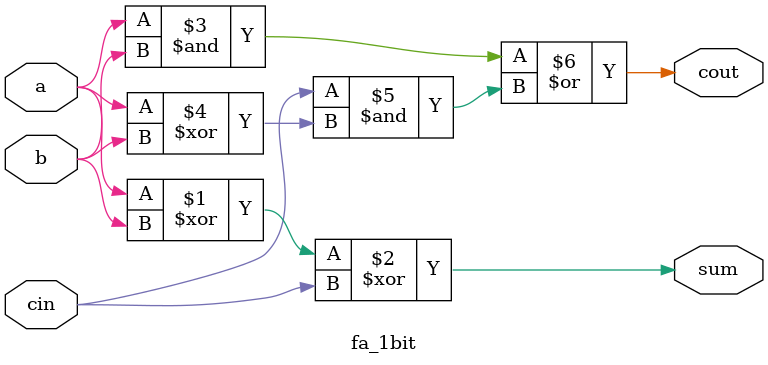
<source format=v>

module cacheBlock(
input clk, rst,
input [15:0] DataIn,
input write,
input [15:0] MemAddress,
output [15:0] DataOutMainModule,
output StallPipeline
);
//these wires need to be declaired here for the compiler, but will be commented out below.
wire [15:0] RequestingMemAddress;
wire [15:0] MemorysOutputtingData;
wire WriteTagFromController, WriteDataFromController;
wire EnableTheRead;
//At first we will not have a stall, so we will access the cache blocks in parallel with the logic
//that is checking if we need to stall the pipeline. If we need to stall the pipeline we will recieve
//the stall and switch over to the memory address that is coming out of the controller at the 
//next clock cycle, with will be the start of the interating through the 8 2 byte chunks.
wire [15:0] AddressToDecode;
assign AddressToDecode = (StallPipeline) ? RequestingMemAddress : MemAddress;

//---------------DECODER FOR INDEXING CACHE BLOCKS BELOW---------------------------------
	//the block index bits from the address line will go into to decoder to one hot an output 0-127, this chooses the block in the dataArrays.
	wire [127:0] TheBlockEnable;
	decoder_7_128 theDecoder(
	//input below
		.binaryin(AddressToDecode[10:4]), 
	//output below
		.decoder_out(TheBlockEnable)
	);
//---------------DECODER FOR INDEXING BYTES WITHIN CACHE BLOCKS BELOW---------------------------------
	//the block index bits from the address line will go into to decoder to one hot an output 0-127, this chooses the block in the dataArrays.
	wire [7:0] TheWordEnable;
	decoder_3_8 theDecoder2(
	//input below
		.binaryin(AddressToDecode[3:1]), 
	//output below
		.decoder_out(TheWordEnable)
	);
//---------------CACHEBLOCK DATA ARRAY BELOW---------------------------------
	//below we connect the assorted wires to the dataArray specifically the decoded one hot block enable from above.
	wire [15:0] DataToWriteToCache;
	wire WhenToWrite;
	//below if we have a stall then we are writing memorys data, if not stall, then writing data coming into the module.
	assign DataToWriteToCache = StallPipeline ? MemorysOutputtingData : DataIn;
	assign WhenToWrite = StallPipeline ? WriteDataFromController : write;
	DataArray theData(
	//inputs below
		.clk(clk), 
		.rst(rst), 
 
		.DataIn(DataToWriteToCache), 
		.Write(WhenToWrite), 
			//select below 
		.BlockEnable(TheBlockEnable),  
		.WordEnable(TheWordEnable),  


	//output below
		.DataOut(DataOutMainModule)
	);
//---------------CACHEBLOCK META!DATA ARRAY BELOW---------------------------------
	//below is setting up wires for the meta data array.
	wire [7:0] DataInM;
	wire [7:0] DataOutM;
	wire WriteM;
	MetaDataArray theMetaData(
	//inputs below
		.clk(clk),
		.rst(rst),  

		.DataIn({3'b100, MemAddress[15:11]}), //the 3 MSB's are up for us to do whatever with, MSB is the valid bit. //Memaddress will stay same because of stall
		.Write(WriteTagFromController),  
			//select below
		.BlockEnable(TheBlockEnable),
	//outputs below  
		.DataOut(DataOutM)
	);
	//lets say the MSB of the meta data is the valid bit.
	//below we are checking if its valid, and if the tag bits are equal to the tag bits of the memAddress. cache miss if not.
	assign CacheMiss = ~(DataOutM[7] & (DataOutM[4:0] == MemAddress[15:11]));
//---------------MAIN MEMORY BELOW---------------------------------
	wire MemIsNowValid;
	//wire [15:0] MemorysOutputtingData;
	wire WhenToWriteToMemory;
	assign WhenToWriteToMemory = StallPipeline ? 0 : write;
	memory4c theMainMemory(
	//outputs below
		.data_out(MemorysOutputtingData), 
		.data_valid(MemIsNowValid), 


	//inputs below
		.clk(clk), 
		.rst(~rst),  
             
		.addr(AddressToDecode),      //addresstodecode is the master address thats muxed through at top, used for decoding and will also use here.
		.data_in(DataIn),

		.wr(WhenToWriteToMemory),  
		.enable(EnableTheRead)
	);
//---------------CACHE CONTROLLER BELOW---------------------------------
	//wire WriteTagFromController, WriteDataFromController;
	//wire [15:0] RequestingMemAddress;
	//wire EnableTheRead;
	
	cacheController TheController(
	//inputs below
		.clk(clk), 
		.rst_n(rst),
		.miss_detected(CacheMiss),
		.miss_address(MemAddress),
								//	input  [16:0] .memory_data(),
		.memory_data_valid(MemIsNowValid),
	//outputs below
		.fsm_busy(StallPipeline),
		.write_data_array(WriteDataFromController),
		.write_tag_array(WriteTagFromController),
		.memory_address(RequestingMemAddress),
		.EnableRead(EnableTheRead)
	);

endmodule





module cacheController(
	input clk, rst_n,
	input miss_detected,
	input [15:0] miss_address,
	//input  [15:0] memory_data,
	input memory_data_valid,
	output reg fsm_busy,
	output reg write_data_array,
	output reg write_tag_array,
	output reg EnableRead,
	output reg [15:0] memory_address
	);
	
	localparam IDLE = 1'b0; 
	localparam WAIT = 1'b1;
	
        wire [2:0] toaddwire;
        wire addonewire;

	reg nextstate;// is the state going into the state flip flop
	wire state;//is the state coming out of the state flip flop
	reg [2:0] toadd; //is the output of the 3bit adder and the input to the 3bit flipflop memory
	wire [2:0] toaddout;//is the output of the 3bit flip flop memory and the input to A of the adder
	reg addone; // this is the input B of the adder, is either 1 or 0 designating an iterate of one or not.
	
	wire finished;//the finished calculation is as fallows. If the toaddout(output of the adder) is all ones
			//then bitwise anding it with itself will produce a 1. this signifies the last memory access
			//and then we must wait for the last memory_data_valid to assert and then we know we are FINISHED.
	assign finished = ((toaddout == 3'b111)&memory_data_valid);
	
        assign addonewire = addone;
        assign toaddwire = toadd;	
	
	dff state_t(.q(state), .d(nextstate), .wen(1'b1), .clk(clk), .rst(rst_n)); //This is the state flip flop
	
	
	//3bit counter var that is added to the end of the memory address section memaddress[15:3] 
	//this iterates through all the memory in the cache block. 
	dff counter1(.q(toaddout[0]), .d(toadd[0]), .wen(1'b1), .clk(clk), .rst(rst_n));
	dff counter2(.q(toaddout[1]), .d(toadd[1]), .wen(1'b1), .clk(clk), .rst(rst_n));
	dff counter3(.q(toaddout[2]), .d(toadd[2]), .wen(1'b1), .clk(clk), .rst(rst_n));
	
	//Below is a simple 3 bit adder. Ripple carry.
	rippleadder3bit inst(.Sum(toaddwire), .Cout(Cout), .A(toaddout) ,.B(addonewire) ,.Cin(1'b0));
	
	assign finished = ((toaddout == 3'b000)&memory_data_valid); //3'b000 because we want the 3'b111 to go through, and then the value will roll over to 3'b000
	
	
	//The biggest thing to note with the opperation of this state machine is that 
	//we concatinate the value of the three bit adder to the base address(aka bits 15:4)
	//of the memory address. That way we iterate over all the blocks of a cache block,
	//bringing those blocks into the cache sequentially.
	//for example, showing only bits 7:0 of the memory address. We will access these 
	//memory blocks in order, waiting for the Memory_data_valid wire to assert before we 
	//iterate the counter, and then in turn interate the next memory address
	
	
	//Again the memory access will happen in this order:
	//(Memory base adr)(add)(2byteoffset)
	//(--------16 total bits---)
	//1100101011001010 (000)  0
	//1100101011001010 (001)  0
	//1100101011001010 (010)  0
	//1100101011001010 (011)  0
	//1100101011001010 (100)  0
	//1100101011001010 (101)  0
	//1100101011001010 (110)  0
	//1100101011001010 (111)  0
	

	always @(*) begin 
	
		case(state)
			IDLE: begin
				EnableRead = miss_detected ? 1 : 0;
				memory_address = {miss_address[15:4], 3'b000, 1'b0};

				fsm_busy = miss_detected ? 1 : 0;
				nextstate = miss_detected ? WAIT : IDLE;

				write_data_array = 0;
				write_tag_array = 0;
				toadd = 1;
				addone = 0;
			end
			WAIT: begin
				//do below if all done with all memory access. Check what finished is above.
				fsm_busy = finished ? 0 : 1;
				nextstate = finished ? IDLE : WAIT;
				write_tag_array = finished ? 1 : 0;
				//below is what we do when waiting for and recieving the memory_data_valid.
				memory_address = {miss_address[15:4], toadd[2:0], 1'b0};
				EnableRead = memory_data_valid ? 1 : 0;
				write_data_array = (memory_data_valid) ? 1 : 0;

				addone = (memory_data_valid) ? 1 : 0;
	
	
			end
		endcase
	end
endmodule




//Data Array of 128 cache blocks
//Each block will have 8 words
//BlockEnable and WordEnable are one-hot
//WriteEnable is one on writes and zero on reads

module DataArray(input clk, input rst, input [15:0] DataIn, input Write, input [127:0] BlockEnable, input [7:0] WordEnable, output [15:0] DataOut);
	Block blk[127:0]( .clk(clk), .rst(rst), .Din(DataIn), .WriteEnable(Write), .Enable(BlockEnable), .WordEnable(WordEnable), .Dout(DataOut));
endmodule

//64 byte (8 word) cache block
module Block( input clk,  input rst, input [15:0] Din, input WriteEnable, input Enable, input [7:0] WordEnable, output [15:0] Dout);
	wire [7:0] WordEnable_real;
	assign WordEnable_real = {8{Enable}} & WordEnable; //Only for the enabled cache block, you enable the specific word
	DWord dw[7:0]( .clk(clk), .rst(rst), .Din(Din), .WriteEnable(WriteEnable), .Enable(WordEnable_real), .Dout(Dout));
endmodule

//Each word has 16 bits
module DWord( input clk,  input rst, input [15:0] Din, input WriteEnable, input Enable, output [15:0] Dout);
	DCell dc[15:0]( .clk(clk), .rst(rst), .Din(Din[15:0]), .WriteEnable(WriteEnable), .Enable(Enable), .Dout(Dout[15:0]));
endmodule


module DCell( input clk,  input rst, input Din, input WriteEnable, input Enable, output Dout);
	wire q;
	assign Dout = (Enable & ~WriteEnable) ? q:'bz;
	dff dffd(.q(q), .d(Din), .wen(Enable & WriteEnable), .clk(clk), .rst(rst));
endmodule
//Tag Array of 128  blocks
//Each block will have 1 byte
//BlockEnable is one-hot
//WriteEnable is one on writes and zero on reads

module MetaDataArray(input clk, input rst, input [7:0] DataIn, input Write, input [127:0] BlockEnable, output [7:0] DataOut);
	MBlock Mblk[127:0]( .clk(clk), .rst(rst), .Din(DataIn), .WriteEnable(Write), .Enable(BlockEnable), .Dout(DataOut));
endmodule

module MBlock( input clk,  input rst, input [7:0] Din, input WriteEnable, input Enable, output [7:0] Dout);
	MCell mc[7:0]( .clk(clk), .rst(rst), .Din(Din[7:0]), .WriteEnable(WriteEnable), .Enable(Enable), .Dout(Dout[7:0]));
endmodule

module MCell( input clk,  input rst, input Din, input WriteEnable, input Enable, output Dout);
	wire q;
	assign Dout = (Enable & ~WriteEnable) ? q:'bz;
	dff dffm(.q(q), .d(Din), .wen(Enable & WriteEnable), .clk(clk), .rst(rst));
endmodule


//////////////////////////////////////
//
// Memory -- single cycle write, multi-cycle read
//
// written for CS/ECE 552, Spring '18
// Gokul Ravi, 9 Apr 2018
//
// This is a byte-addressable,
// 16-bit wide memory
// Note: The last bit of the address has to be 0.
//
// On reset, memory loads from file "loadfile_all.img".
// (You may change the name of the file in
// the $readmemh statement below.)
// File format:
//     @0
//     <hex data 0>
//     <hex data 1>
//     ...etc
//
//
//////////////////////////////////////

module memory4c (data_out, data_in, addr, enable, wr, clk, rst, data_valid);

   parameter ADDR_WIDTH = 16;
   output  reg [15:0] data_out;
   output reg data_valid;
   input [15:0]   data_in;
   input [ADDR_WIDTH-1 :0]   addr;
   input          enable;
   input          wr;
   input          clk;
   input          rst;
   wire [15:0]    data_out_4;
   reg [15:0]    data_out_3, data_out_2, data_out_1;
   wire    data_valid_4;
   reg     data_valid_3, data_valid_2, data_valid_1;


   reg [15:0]      mem [0:2**ADDR_WIDTH-1];
   reg            loaded;

   assign         data_out_4 = (enable & (~wr))? {mem[addr[ADDR_WIDTH-1 :1]]}: 0; //Read
   assign	     data_valid_4 = (enable & (~wr));
   initial begin
      loaded = 0;
   end
   always @(posedge clk) begin
      if (rst) begin
         //load loadfile_all.img
         if (!loaded) begin
            $readmemh("loadfile_all.img", mem);
            loaded = 1;
         end

      end
      else begin
         if (enable & wr) begin
                mem[addr[ADDR_WIDTH-1 :1]] = data_in[15:0];       // The actual write
         end
      end
   end

  always @(posedge clk) begin
        if (rst) begin
                data_out_3 <= 0;
                data_out_2 <= 0;
                data_out_1 <= 0;
                data_out <= 0;

                data_valid_3 <= 0;
                data_valid_2 <= 0;
                data_valid_1 <= 0;
                data_valid <= 0;
        end
        else begin
                data_out_3 <= data_out_4;
                data_out_2 <= data_out_3;
                data_out_1 <= data_out_2;
                data_out <= data_out_1;

                data_valid_3 <= data_valid_4;
                data_valid_2 <= data_valid_3;
                data_valid_1 <= data_valid_2;
                data_valid <= data_valid_1;

        end
  end


endmodule
                         

	

module decoder_7_128
(
    input [6:0] binaryin,
    output [127:0] decoder_out
);

wire [127:0] t0, t1, t2, t3, t4, t5;

assign t0 = (binaryin[0] == 1'b1) ? 128'b1 << 1 : 128'b1;
assign t1 = (binaryin[1] == 1'b1) ? t0 << 2 : t0;
assign t2 = (binaryin[2] == 1'b1) ? t1 << 4 : t1;
assign t3 = (binaryin[3] == 1'b1) ? t2 << 8 : t2;
assign t4 = (binaryin[4] == 1'b1) ? t3 << 16 : t3;
assign t5 = (binaryin[5] == 1'b1) ? t4 << 32 : t4;
assign decoder_out = (binaryin[6] == 1'b1) ? t5 << 64 : t5;

endmodule


module decoder_3_8 (
    input [2:0] binaryin,
    output [7:0] decoder_out
);

wire [7:0] t0, t1;

assign t0 = (binaryin[0] == 1'b1) ? 8'b1 << 1 : 8'b1;
assign t1 = (binaryin[1] == 1'b1) ? t0 << 2 : t0;
assign decoder_out = (binaryin[2] == 1'b1) ? t1 << 4 : t1;

endmodule

module rippleadder3bit
(
    output [2:0] Sum,
    output Cout,
    input [2:0] A,
    input B,
    input Cin
);

wire c0, c1;

fa_1bit fa0(.a(A[0]), .b(B), .cin(Cin), .sum(Sum[0]), .cout(c0));
fa_1bit fa1(.a(A[1]), .b(1'b0), .cin(c0), .sum(Sum[1]), .cout(c1));
fa_1bit fa2(.a(A[2]), .b(1'b0), .cin(c1), .sum(Sum[2]), .cout(Cout));

endmodule
 
// Basic full adder
module fa_1bit
(
    input a,
    input b,
    input cin,
    output sum,
    output cout
);

assign sum = a ^ b ^ cin;
assign cout = (a & b) | (cin & (a ^ b));

endmodule

</source>
